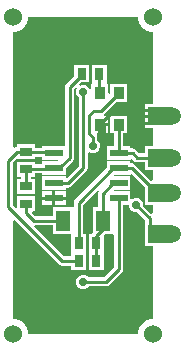
<source format=gbr>
G04*
G04 #@! TF.GenerationSoftware,Altium Limited,Altium Designer,23.11.1 (41)*
G04*
G04 Layer_Physical_Order=1*
G04 Layer_Color=255*
%FSLAX44Y44*%
%MOMM*%
G71*
G04*
G04 #@! TF.SameCoordinates,D4B6ECC5-B607-4844-A390-64D59AB080A4*
G04*
G04*
G04 #@! TF.FilePolarity,Positive*
G04*
G01*
G75*
%ADD10C,0.2540*%
%ADD13R,2.0000X1.5000*%
%ADD14R,0.7500X1.0000*%
%ADD15R,0.9500X1.0000*%
%ADD16R,1.5000X0.6000*%
%ADD17R,1.1500X1.8000*%
%ADD18R,1.0000X0.7500*%
%ADD27C,0.4000*%
%ADD28C,1.5240*%
%ADD29C,0.7000*%
%ADD30C,1.5000*%
G36*
X121460Y282349D02*
X122315Y279160D01*
X123966Y276300D01*
X126300Y273965D01*
X129160Y272315D01*
X132349Y271460D01*
X134000D01*
Y210040D01*
X127460D01*
Y201270D01*
X140000D01*
Y198730D01*
X127460D01*
Y189960D01*
X134000D01*
Y175040D01*
X127460D01*
Y168885D01*
X122359D01*
X119587Y171657D01*
X118327Y172499D01*
X116840Y172795D01*
X115130D01*
Y174450D01*
X108975D01*
Y185500D01*
X112380D01*
Y200580D01*
X97800D01*
Y185500D01*
X101205D01*
Y174450D01*
X95050D01*
Y163370D01*
X115130D01*
Y163370D01*
X116400Y163856D01*
X118003Y162253D01*
X119263Y161411D01*
X120750Y161115D01*
X127460D01*
Y154960D01*
X134000D01*
Y145846D01*
X132730Y145374D01*
X119147Y158957D01*
X117887Y159799D01*
X116400Y160095D01*
X115130D01*
Y161750D01*
X95050D01*
Y156164D01*
X68493Y129607D01*
X67651Y128347D01*
X67355Y126860D01*
Y123794D01*
X66290Y123300D01*
X49710D01*
Y115645D01*
X34629D01*
X31887Y118387D01*
X32373Y119560D01*
X34210D01*
Y132140D01*
X19130D01*
Y122643D01*
X17957Y122157D01*
X16000Y124114D01*
Y161636D01*
X18426Y164062D01*
X19130Y163770D01*
Y163770D01*
X34210D01*
Y165600D01*
X40050D01*
Y163370D01*
X53388D01*
X54066Y162100D01*
X53882Y161825D01*
X51820D01*
X51445Y161750D01*
X40050D01*
Y159520D01*
X34210D01*
Y161350D01*
X19130D01*
Y148770D01*
X22785D01*
Y147140D01*
X19130D01*
Y134560D01*
X34210D01*
Y147140D01*
X30555D01*
Y148770D01*
X34210D01*
Y151750D01*
X40050D01*
Y150670D01*
X60130D01*
Y156236D01*
X66247Y162353D01*
X67089Y163613D01*
X67385Y165100D01*
Y223081D01*
X68597Y224293D01*
X69673Y223574D01*
X68960Y221851D01*
Y219449D01*
X69879Y217229D01*
X71115Y215993D01*
Y157889D01*
X61400Y148174D01*
X60130Y148700D01*
Y149050D01*
X40050D01*
Y137970D01*
X60130D01*
Y139625D01*
X62230D01*
X63717Y139921D01*
X64977Y140763D01*
X77747Y153533D01*
X78589Y154793D01*
X78885Y156280D01*
Y168914D01*
X80155Y169641D01*
X81799Y168960D01*
X84201D01*
X86421Y169879D01*
X88120Y171579D01*
X89040Y173799D01*
Y176201D01*
X88120Y178421D01*
X86885Y179657D01*
Y182430D01*
X86589Y183917D01*
X86380Y184230D01*
X87058Y185500D01*
X87820D01*
Y193040D01*
X89090D01*
Y194310D01*
X96380D01*
Y200580D01*
X93132D01*
X92758Y201323D01*
X92684Y201850D01*
X103294Y212460D01*
X112380D01*
Y227540D01*
X97800D01*
Y218979D01*
X97650Y218879D01*
X96380Y219558D01*
Y227540D01*
X95384D01*
X95070Y228680D01*
X95070D01*
Y243760D01*
X82490D01*
Y228680D01*
X82490D01*
X82176Y227540D01*
X81800D01*
Y223335D01*
X80530Y223083D01*
X80120Y224071D01*
X78421Y225770D01*
X76201Y226690D01*
X73799D01*
X72076Y225977D01*
X71357Y227053D01*
X72984Y228680D01*
X80070D01*
Y243760D01*
X67490D01*
Y234174D01*
X60753Y227437D01*
X59911Y226177D01*
X59615Y224690D01*
Y174450D01*
X40050D01*
Y173370D01*
X34210D01*
Y176350D01*
X19130D01*
Y173945D01*
X18930D01*
X17443Y173649D01*
X17270Y173533D01*
X16000Y174212D01*
Y271460D01*
X17651D01*
X20840Y272315D01*
X23700Y273965D01*
X26035Y276300D01*
X27685Y279160D01*
X28540Y282349D01*
Y284000D01*
X121460D01*
Y282349D01*
D02*
G37*
G36*
X127460Y139656D02*
Y124960D01*
X134000D01*
Y118153D01*
X132827Y117667D01*
X126040Y124454D01*
Y126201D01*
X125120Y128421D01*
X123421Y130120D01*
X121201Y131040D01*
X118799D01*
X116579Y130120D01*
X116303Y129845D01*
X115130Y130331D01*
Y136350D01*
X101690D01*
X101036Y137620D01*
X101287Y137970D01*
X115130D01*
Y149050D01*
X101690D01*
X101036Y150320D01*
X101287Y150670D01*
X115130D01*
Y150670D01*
X116061Y151055D01*
X127460Y139656D01*
D02*
G37*
G36*
X49710Y100220D02*
X64950D01*
Y85170D01*
X64950D01*
Y85010D01*
X64950D01*
Y81355D01*
X58759D01*
X33508Y106605D01*
X34035Y107875D01*
X49710D01*
Y100220D01*
D02*
G37*
G36*
X88525Y136855D02*
X87851Y135847D01*
X87555Y134360D01*
Y123300D01*
X83710D01*
Y101974D01*
X83493Y101757D01*
X82651Y100497D01*
X82602Y100250D01*
X79950D01*
Y85170D01*
X79950D01*
Y85010D01*
X79950D01*
Y69930D01*
X92530D01*
Y85010D01*
X92530D01*
Y85170D01*
X92530D01*
Y99121D01*
X93629Y100220D01*
X100290D01*
X101205Y99364D01*
Y72409D01*
X92681Y63885D01*
X79657D01*
X78421Y65121D01*
X76201Y66040D01*
X73799D01*
X71579Y65121D01*
X69879Y63421D01*
X68960Y61201D01*
Y58799D01*
X69879Y56579D01*
X71579Y54879D01*
X73799Y53960D01*
X76201D01*
X78421Y54879D01*
X79657Y56115D01*
X94290D01*
X95777Y56411D01*
X97037Y57253D01*
X107837Y68053D01*
X108679Y69313D01*
X108975Y70800D01*
Y125270D01*
X113960D01*
Y123799D01*
X114880Y121579D01*
X116579Y119880D01*
X118799Y118960D01*
X120546D01*
X127385Y112121D01*
Y106230D01*
X127460Y105855D01*
Y89960D01*
X134000D01*
Y28540D01*
X132349D01*
X129160Y27685D01*
X126300Y26035D01*
X123966Y23700D01*
X122315Y20840D01*
X121460Y17651D01*
Y16000D01*
X28540D01*
Y17651D01*
X27685Y20840D01*
X26035Y23700D01*
X23700Y26035D01*
X20840Y27685D01*
X17651Y28540D01*
X16000D01*
Y111467D01*
X17173Y111953D01*
X54403Y74723D01*
X55663Y73881D01*
X57150Y73585D01*
X64950D01*
Y69930D01*
X77530D01*
Y85010D01*
X77530D01*
Y85170D01*
X77530D01*
Y100250D01*
X75125D01*
Y125251D01*
X87539Y137665D01*
X88525Y136855D01*
D02*
G37*
%LPC*%
G36*
X96380Y191770D02*
X90360D01*
Y185500D01*
X96380D01*
Y191770D01*
D02*
G37*
G36*
X60130Y136350D02*
X51360D01*
Y132080D01*
X60130D01*
Y136350D01*
D02*
G37*
G36*
X48820D02*
X40050D01*
Y132080D01*
X48820D01*
Y136350D01*
D02*
G37*
G36*
X60130Y129540D02*
X51360D01*
Y125270D01*
X60130D01*
Y129540D01*
D02*
G37*
G36*
X48820D02*
X40050D01*
Y125270D01*
X48820D01*
Y129540D01*
D02*
G37*
%LPD*%
D10*
X120650Y194260D02*
X134260D01*
X140000Y100000D02*
X150000D01*
X137500D02*
X140000D01*
Y135000D02*
X150000D01*
X140000Y165000D02*
X150000D01*
X140000Y200000D02*
X150000D01*
X83000Y175000D02*
Y182430D01*
X80080Y185350D02*
X83000Y182430D01*
X80080Y185350D02*
Y200730D01*
X89090Y193040D02*
X91440Y190690D01*
X60960Y130810D02*
X91440Y161290D01*
X83820Y204470D02*
X89810D01*
X105090Y219750D01*
X80080Y200730D02*
X83820Y204470D01*
X120000Y125000D02*
X131270Y113730D01*
Y106230D02*
Y113730D01*
X51820Y157940D02*
X56340D01*
X49515Y155635D02*
X51820Y157940D01*
X63500Y165100D02*
Y224690D01*
X56340Y157940D02*
X63500Y165100D01*
X131270Y106230D02*
X137500Y100000D01*
X131270Y141230D02*
Y141340D01*
X105090Y156210D02*
X116400D01*
X131270Y141340D01*
Y141230D02*
X137500Y135000D01*
X140000D01*
X105090Y168910D02*
X116840D01*
X120750Y165000D01*
X140000D01*
X134260Y205740D02*
X140000Y200000D01*
X101540Y205740D02*
X134260D01*
X89090Y193040D02*
Y193290D01*
X101540Y205740D01*
X105090Y219750D02*
Y220000D01*
X88780Y220310D02*
X89090Y220000D01*
X88780Y220310D02*
Y236220D01*
X105090Y70800D02*
Y130810D01*
X71240Y126860D02*
X100590Y156210D01*
X71240Y92710D02*
Y126860D01*
X94290Y60000D02*
X105090Y70800D01*
X75000Y156280D02*
Y220650D01*
X62230Y143510D02*
X75000Y156280D01*
Y60000D02*
X94290D01*
X50090Y143510D02*
X62230D01*
X73780Y234970D02*
Y236220D01*
X63500Y224690D02*
X73780Y234970D01*
X86240Y77470D02*
Y92710D01*
Y99010D01*
X57150Y77470D02*
X71240D01*
X26670Y170060D02*
X27245Y169485D01*
X49515D02*
X50090Y168910D01*
X27245Y169485D02*
X49515D01*
X100590Y143510D02*
X105090D01*
X98860Y141780D02*
X100590Y143510D01*
X98860Y141780D02*
Y141780D01*
X91440Y134360D02*
X98860Y141780D01*
X50090Y130810D02*
X60960D01*
X26670Y140850D02*
Y155060D01*
X27245Y155635D01*
X11332Y162462D02*
X18930Y170060D01*
X26670D01*
X27245Y155635D02*
X49515D01*
X26670Y118110D02*
Y125850D01*
X11332Y123288D02*
Y162462D01*
X26670Y118110D02*
X33020Y111760D01*
X11332Y123288D02*
X57150Y77470D01*
X105090Y168910D02*
Y193040D01*
X100590Y156210D02*
X105090D01*
X86240Y99010D02*
X95740Y108510D01*
X91440Y116060D02*
Y134360D01*
Y116060D02*
X95740Y111760D01*
Y108510D02*
Y111760D01*
X33020D02*
X61740D01*
D13*
X140000Y200000D02*
D03*
Y100000D02*
D03*
Y135000D02*
D03*
Y165000D02*
D03*
D14*
X88780Y236220D02*
D03*
X73780D02*
D03*
X71240Y92710D02*
D03*
X86240D02*
D03*
X71240Y77470D02*
D03*
X86240D02*
D03*
D15*
X89090Y220000D02*
D03*
X105090D02*
D03*
X89090Y193040D02*
D03*
X105090D02*
D03*
D16*
X50090Y168910D02*
D03*
Y156210D02*
D03*
Y143510D02*
D03*
Y130810D02*
D03*
X105090Y168910D02*
D03*
Y156210D02*
D03*
Y143510D02*
D03*
Y130810D02*
D03*
D17*
X92000Y111760D02*
D03*
X58000D02*
D03*
D18*
X26670Y140850D02*
D03*
Y125850D02*
D03*
Y155060D02*
D03*
Y170060D02*
D03*
D27*
X91440Y161290D02*
Y190690D01*
D28*
X134000Y284000D02*
D03*
X16000D02*
D03*
X134000Y16000D02*
D03*
X16000D02*
D03*
D29*
X75000Y60000D02*
D03*
X83000Y175000D02*
D03*
X75000Y220650D02*
D03*
X120000Y125000D02*
D03*
D30*
X150000Y100000D02*
D03*
Y200000D02*
D03*
Y135000D02*
D03*
Y165000D02*
D03*
M02*

</source>
